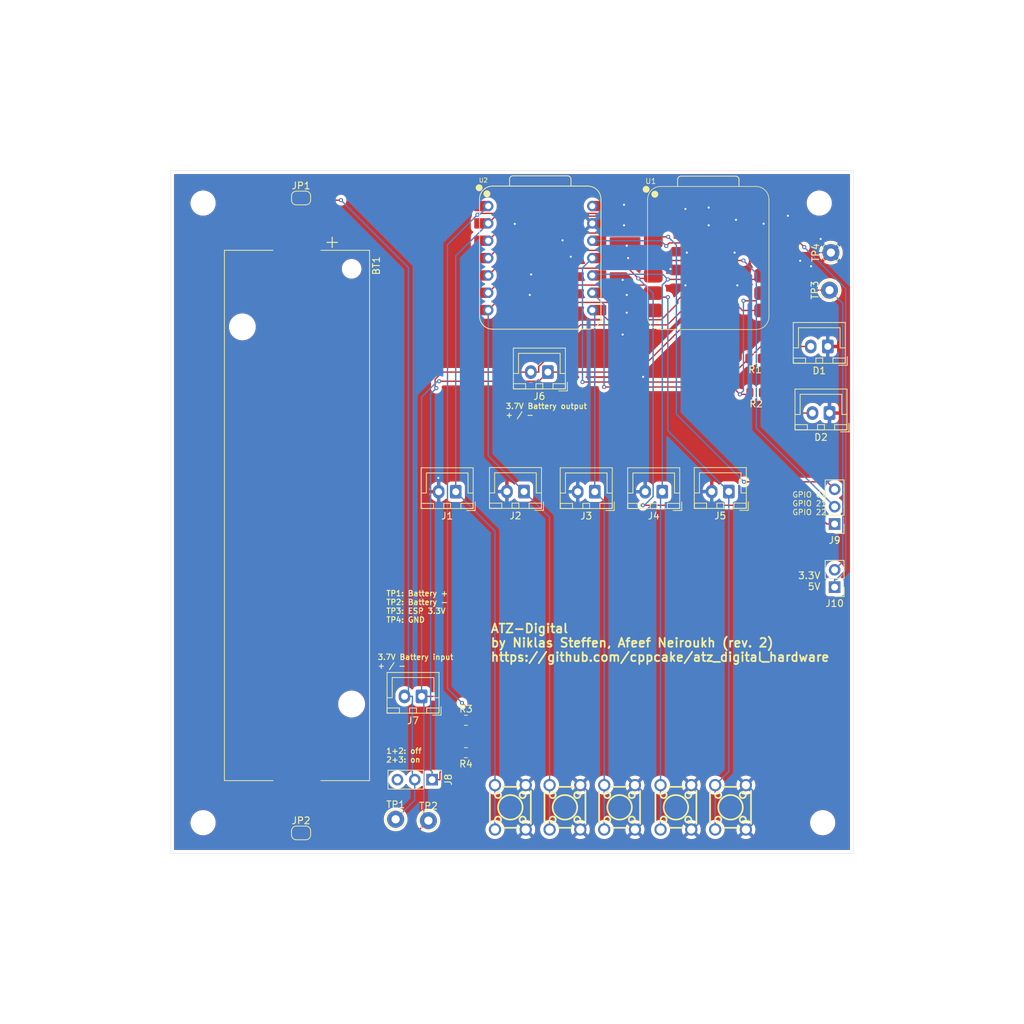
<source format=kicad_pcb>
(kicad_pcb (version 20241229) (generator "pcbnew") (generator_version "9.0")
  (title_block (title "ATZ-Digital") (date "2025-06-19") (rev "2") (company "Niklas Steffen, Afeef Neiroukh") (comment 1 "https://github.com/cppcake/atz_digital_hardware"))
  (layers (0 "F.Cu" signal) (2 "B.Cu" signal) (13 "F.Paste" user) (15 "B.Paste" user) (5 "F.SilkS" user "F.Silkscreen") (7 "B.SilkS" user "B.Silkscreen") (1 "F.Mask" user) (3 "B.Mask" user) (25 "Edge.Cuts" user))
  (net 0 "")
  (net 1 "Net-(BT1-+)")
  (net 2 "Net-(BT1--)")
  (net 3 "GND")
  (net 4 "Net-(D1-A)")
  (net 5 "Net-(D2-A)")
  (net 6 "/Taste1")
  (net 7 "/Taste2")
  (net 8 "/Taste3")
  (net 9 "/Taste4")
  (net 10 "/Taste5")
  (net 11 "/bat+")
  (net 12 "/bat-")
  (net 13 "Net-(J7-Pin_2)")
  (net 15 "/LED1")
  (net 16 "/LED2")
  (net 17 "/VoltMess")
  (net 18 "+3.3V")
  (net 19 "/GPIO2")
  (net 20 "/GPIO21")
  (net 21 "/GPIO22")
  (net 30 "+5V")
  (footprint "Connector_JST:JST_XH_B2B-XH-A_1x02_P2.50mm_Vertical" (layer "F.Cu") (at 105.25 79.5 180)
    (property "Reference" "J6" (at 1.25 -3.55 0) (layer "F.SilkS"))
    (property "Value" "Conn_01x02")
    (pad "1" thru_hole roundrect (at 0 0 180) (size 1.7 2) (drill 1) (layers "*.Cu" "*.Mask") (roundrect_rratio 0.147059) (net 12 "/bat-"))
    (pad "2" thru_hole oval (at 2.5 0 180) (size 1.7 2) (drill 1) (layers "*.Cu" "*.Mask") (net 11 "/bat+"))
  )
  (footprint "Connector_JST:JST_XH_B2B-XH-A_1x02_P2.50mm_Vertical" (layer "F.Cu") (at 91.75 97.025 180)
    (property "Reference" "J1" (at 1.25 -3.55 0) (layer "F.SilkS"))
    (property "Value" "Conn_01x02")
    (pad "1" thru_hole roundrect (at 0 0 180) (size 1.7 2) (drill 1) (layers "*.Cu" "*.Mask") (roundrect_rratio 0.147059) (net 6 "/Taste1"))
    (pad "2" thru_hole oval (at 2.5 0 180) (size 1.7 2) (drill 1) (layers "*.Cu" "*.Mask") (net 3 "GND"))
  )
  (footprint "TestPoint:TestPoint_THTPad_D2.5mm_Drill1.2mm" (layer "F.Cu") (at 146.7 62 90)
    (property "Reference" "TP4" (at 0 -2.25 90) (layer "F.SilkS"))
    (property "Value" "TestPoint_Probe")
    (pad "1" thru_hole circle (at 0 0 90) (size 2.5 2.5) (drill 1.2) (layers "*.Cu" "*.Mask") (net 3 "GND"))
  )
  (footprint "Jumper:SolderJumper-2_P1.3mm_Open_RoundedPad1.0x1.5mm" (layer "F.Cu") (at 69.1 54)
    (property "Reference" "JP1" (at 0 -1.8 0) (layer "F.SilkS"))
    (property "Value" "SolderJumper_2_Open")
    (pad "1" smd custom (at -0.65 0) (size 1 0.5) (layers "F.Cu" "F.Mask") (net 1 "Net-(BT1-+)") (options (clearance outline) (anchor rect)) (primitives (gr_circle (center 0 0.25) (end 0.5 0.25) (width 0) (fill yes)) (gr_circle (center 0 -0.25) (end 0.5 -0.25) (width 0) (fill yes)) (gr_poly (pts (xy 0.5 0.75) (xy 0 0.75) (xy 0 -0.75) (xy 0.5 -0.75)) (width 0) (fill yes))))
    (pad "2" smd custom (at 0.65 0) (size 1 0.5) (layers "F.Cu" "F.Mask") (net 13 "Net-(J7-Pin_2)") (options (clearance outline) (anchor rect)) (primitives (gr_circle (center 0 0.25) (end 0.5 0.25) (width 0) (fill yes)) (gr_circle (center 0 -0.25) (end 0.5 -0.25) (width 0) (fill yes)) (gr_poly (pts (xy 0 0.75) (xy -0.5 0.75) (xy -0.5 -0.75) (xy 0 -0.75)) (width 0) (fill yes))))
  )
  (footprint "Resistor_SMD:R_0805_2012Metric" (layer "F.Cu") (at 93.25 135.25 180)
    (property "Reference" "R4" (at 0 -1.65 0) (layer "F.SilkS"))
    (property "Value" "200k")
    (pad "1" smd roundrect (at -0.9125 0 180) (size 1.025 1.4) (layers "F.Cu" "F.Mask" "F.Paste") (roundrect_rratio 0.243902) (net 17 "/VoltMess"))
    (pad "2" smd roundrect (at 0.9125 0 180) (size 1.025 1.4) (layers "F.Cu" "F.Mask" "F.Paste") (roundrect_rratio 0.243902) (net 11 "/bat+"))
  )
  (footprint "Seeed Studio XIAO Series Library:XIAO-ESP32C6-DIP" (layer "F.Cu") (at 104.175 62.8032)
    (property "Reference" "U2" (at -8.375 -11.4032 0) (layer "F.SilkS") (effects (font (size 0.635 0.635) (thickness 0.1016))))
    (property "Value" "XIAO-ESP32-C6")
    (pad "1" smd roundrect (at -8.5 -7.62 180) (size 2.432 1.524) (layers "F.Cu" "F.Mask") (roundrect_rratio 0.1) (net 17 "/VoltMess"))
    (pad "1" thru_hole circle (at -7.665 -7.62 180) (size 1.524 1.524) (drill 0.889) (layers "*.Cu" "*.Mask") (net 17 "/VoltMess"))
    (pad "2" smd roundrect (at -8.5 -5.08 180) (size 2.432 1.524) (layers "F.Cu" "F.Mask") (roundrect_rratio 0.1) (net 6 "/Taste1"))
    (pad "2" thru_hole circle (at -7.665 -5.08 180) (size 1.524 1.524) (drill 0.889) (layers "*.Cu" "*.Mask") (net 6 "/Taste1"))
    (pad "3" smd roundrect (at -8.5 -2.54 180) (size 2.432 1.524) (layers "F.Cu" "F.Mask") (roundrect_rratio 0.1) (net 19 "/GPIO2"))
    (pad "3" thru_hole circle (at -7.665 -2.54 180) (size 1.524 1.524) (drill 0.889) (layers "*.Cu" "*.Mask") (net 19 "/GPIO2"))
    (pad "4" smd roundrect (at -8.5 0 180) (size 2.432 1.524) (layers "F.Cu" "F.Mask") (roundrect_rratio 0.1) (net 20 "/GPIO21"))
    (pad "4" thru_hole circle (at -7.665 0 180) (size 1.524 1.524) (drill 0.889) (layers "*.Cu" "*.Mask") (net 20 "/GPIO21"))
    (pad "5" smd roundrect (at -8.5 2.54 180) (size 2.432 1.524) (layers "F.Cu" "F.Mask") (roundrect_rratio 0.1) (net 21 "/GPIO22"))
    (pad "5" thru_hole circle (at -7.665 2.54 180) (size 1.524 1.524) (drill 0.889) (layers "*.Cu" "*.Mask") (net 21 "/GPIO22"))
    (pad "6" smd roundrect (at -8.5 5.08 180) (size 2.432 1.524) (layers "F.Cu" "F.Mask") (roundrect_rratio 0.1) (net 10 "/Taste5"))
    (pad "6" thru_hole circle (at -7.665 5.08 180) (size 1.524 1.524) (drill 0.889) (layers "*.Cu" "*.Mask") (net 10 "/Taste5"))
    (pad "7" smd roundrect (at -8.5 7.62 180) (size 2.432 1.524) (layers "F.Cu" "F.Mask") (roundrect_rratio 0.1) (net 7 "/Taste2"))
    (pad "7" thru_hole circle (at -7.665 7.62 180) (size 1.524 1.524) (drill 0.889) (layers "*.Cu" "*.Mask") (net 7 "/Taste2"))
    (pad "8" thru_hole circle (at 7.575 7.62) (size 1.524 1.524) (drill 0.889) (layers "*.Cu" "*.Mask") (net 8 "/Taste3"))
    (pad "8" smd roundrect (at 8.41 7.62) (size 2.432 1.524) (layers "F.Cu" "F.Mask") (roundrect_rratio 0.1) (net 8 "/Taste3"))
    (pad "9" thru_hole circle (at 7.575 5.08) (size 1.524 1.524) (drill 0.889) (layers "*.Cu" "*.Mask") (net 16 "/LED2"))
    (pad "9" smd roundrect (at 8.41 5.08) (size 2.432 1.524) (layers "F.Cu" "F.Mask") (roundrect_rratio 0.1) (net 16 "/LED2"))
    (pad "10" thru_hole circle (at 7.575 2.54) (size 1.524 1.524) (drill 0.889) (layers "*.Cu" "*.Mask") (net 9 "/Taste4"))
    (pad "10" smd roundrect (at 8.41 2.54) (size 2.432 1.524) (layers "F.Cu" "F.Mask") (roundrect_rratio 0.1) (net 9 "/Taste4"))
    (pad "11" thru_hole circle (at 7.575 0) (size 1.524 1.524) (drill 0.889) (layers "*.Cu" "*.Mask") (net 15 "/LED1"))
    (pad "11" smd roundrect (at 8.41 0) (size 2.432 1.524) (layers "F.Cu" "F.Mask") (roundrect_rratio 0.1) (net 15 "/LED1"))
    (pad "12" thru_hole circle (at 7.575 -2.54) (size 1.524 1.524) (drill 0.889) (layers "*.Cu" "*.Mask") (net 18 "+3.3V"))
    (pad "12" smd roundrect (at 8.41 -2.54) (size 2.432 1.524) (layers "F.Cu" "F.Mask") (roundrect_rratio 0.1) (net 18 "+3.3V"))
    (pad "13" thru_hole circle (at 7.575 -5.08) (size 1.524 1.524) (drill 0.889) (layers "*.Cu" "*.Mask") (net 3 "GND"))
    (pad "13" smd roundrect (at 8.41 -5.08) (size 2.432 1.524) (layers "F.Cu" "F.Mask") (roundrect_rratio 0.1) (net 3 "GND"))
    (pad "14" thru_hole circle (at 7.575 -7.62) (size 1.524 1.524) (drill 0.889) (layers "*.Cu" "*.Mask") (net 30 "+5V"))
    (pad "14" smd roundrect (at 8.41 -7.62) (size 2.432 1.524) (layers "F.Cu" "F.Mask") (roundrect_rratio 0.1) (net 30 "+5V"))
  )
  (footprint "TestPoint:TestPoint_THTPad_D2.5mm_Drill1.2mm" (layer "F.Cu") (at 82.95 145)
    (property "Reference" "TP1" (at 0 -2.148 0) (layer "F.SilkS"))
    (property "Value" "TestPoint_Probe")
    (pad "1" thru_hole circle (at 0 0) (size 2.5 2.5) (drill 1.2) (layers "*.Cu" "*.Mask") (net 13 "Net-(J7-Pin_2)"))
  )
  (footprint "MountingHole:MountingHole_3.2mm_M3" (layer "F.Cu") (at 54.75 145.5)
    (property "Reference" "H3" (hide yes))
    (property "Value" "MountingHole_3.2mm_M3")
    (pad "" np_thru_hole circle (at 0 0) (size 3.2 3.2) (drill 3.2) (layers "*.Cu" "*.Mask"))
  )
  (footprint "CustomLibrary:SW-TH_4P-L6.0-W6.0-P4.50-LS6.5" (layer "F.Cu") (at 115.75 143.25 90)
    (property "Reference" "SW3" (hide yes))
    (property "Value" "SW_Push")
    (pad "1" thru_hole circle (at -3.25 -2.25 90) (size 1.8 1.8) (drill 1.199998) (layers "*.Cu" "*.Mask") (net 8 "/Taste3"))
    (pad "1" thru_hole circle (at 3.25 -2.25 90) (size 1.8 1.8) (drill 1.199998) (layers "*.Cu" "*.Mask") (net 8 "/Taste3"))
    (pad "2" thru_hole circle (at -3.25 2.25 90) (size 1.8 1.8) (drill 1.199998) (layers "*.Cu" "*.Mask") (net 3 "GND"))
    (pad "2" thru_hole circle (at 3.25 2.25 90) (size 1.8 1.8) (drill 1.199998) (layers "*.Cu" "*.Mask") (net 3 "GND"))
  )
  (footprint "TestPoint:TestPoint_THTPad_D2.5mm_Drill1.2mm" (layer "F.Cu") (at 87.75 145.2)
    (property "Reference" "TP2" (at 0 -2.148 0) (layer "F.SilkS"))
    (property "Value" "TestPoint_Probe")
    (pad "1" thru_hole circle (at 0 0) (size 2.5 2.5) (drill 1.2) (layers "*.Cu" "*.Mask") (net 12 "/bat-"))
  )
  (footprint "CustomLibrary:SW-TH_4P-L6.0-W6.0-P4.50-LS6.5" (layer "F.Cu") (at 132 143.25 90)
    (property "Reference" "SW5" (hide yes))
    (property "Value" "SW_Push")
    (pad "1" thru_hole circle (at -3.25 -2.25 90) (size 1.8 1.8) (drill 1.199998) (layers "*.Cu" "*.Mask") (net 10 "/Taste5"))
    (pad "1" thru_hole circle (at 3.25 -2.25 90) (size 1.8 1.8) (drill 1.199998) (layers "*.Cu" "*.Mask") (net 10 "/Taste5"))
    (pad "2" thru_hole circle (at -3.25 2.25 90) (size 1.8 1.8) (drill 1.199998) (layers "*.Cu" "*.Mask") (net 3 "GND"))
    (pad "2" thru_hole circle (at 3.25 2.25 90) (size 1.8 1.8) (drill 1.199998) (layers "*.Cu" "*.Mask") (net 3 "GND"))
  )
  (footprint "Connector_PinHeader_2.54mm:PinHeader_1x03_P2.54mm_Vertical" (layer "F.Cu") (at 147.25 101.75 180)
    (property "Reference" "J9" (at 0 -2.38 180) (layer "F.SilkS"))
    (property "Value" "Conn_01x03_Pin")
    (pad "1" thru_hole rect (at 0 0 180) (size 1.7 1.7) (drill 1) (layers "*.Cu" "*.Mask") (net 21 "/GPIO22"))
    (pad "2" thru_hole circle (at 0 2.54 180) (size 1.7 1.7) (drill 1) (layers "*.Cu" "*.Mask") (net 20 "/GPIO21"))
    (pad "3" thru_hole circle (at 0 5.08 180) (size 1.7 1.7) (drill 1) (layers "*.Cu" "*.Mask") (net 19 "/GPIO2"))
  )
  (footprint "Resistor_SMD:R_0805_2012Metric" (layer "F.Cu") (at 93.25 130.5)
    (property "Reference" "R3" (at 0 -1.65 0) (layer "F.SilkS"))
    (property "Value" "200k")
    (pad "1" smd roundrect (at -0.9125 0) (size 1.025 1.4) (layers "F.Cu" "F.Mask" "F.Paste") (roundrect_rratio 0.243902) (net 12 "/bat-"))
    (pad "2" smd roundrect (at 0.9125 0) (size 1.025 1.4) (layers "F.Cu" "F.Mask" "F.Paste") (roundrect_rratio 0.243902) (net 17 "/VoltMess"))
  )
  (footprint "Connector_JST:JST_XH_B2B-XH-A_1x02_P2.50mm_Vertical" (layer "F.Cu") (at 131.75 97 180)
    (property "Reference" "J5" (at 1.25 -3.55 0) (layer "F.SilkS"))
    (property "Value" "Conn_01x02")
    (pad "1" thru_hole roundrect (at 0 0 180) (size 1.7 2) (drill 1) (layers "*.Cu" "*.Mask") (roundrect_rratio 0.147059) (net 10 "/Taste5"))
    (pad "2" thru_hole oval (at 2.5 0 180) (size 1.7 2) (drill 1) (layers "*.Cu" "*.Mask") (net 3 "GND"))
  )
  (footprint "Resistor_SMD:R_0805_2012Metric" (layer "F.Cu") (at 135.75 82.5 180)
    (property "Reference" "R2" (at 0 -1.65 0) (layer "F.SilkS"))
    (property "Value" "220")
    (pad "1" smd roundrect (at -0.9125 0 180) (size 1.025 1.4) (layers "F.Cu" "F.Mask" "F.Paste") (roundrect_rratio 0.243902) (net 5 "Net-(D2-A)"))
    (pad "2" smd roundrect (at 0.9125 0 180) (size 1.025 1.4) (layers "F.Cu" "F.Mask" "F.Paste") (roundrect_rratio 0.243902) (net 16 "/LED2"))
  )
  (footprint "Battery:BatteryHolder_Keystone_1042_1x18650" (layer "F.Cu") (at 68.5 100.5 -90)
    (property "Reference" "BT1" (at -36.58 -11.615 90) (layer "F.SilkS"))
    (property "Value" "Battery")
    (fp_text user "+" (at -40 -5 90) (layer "F.SilkS") (effects (font (size 2 2))))
    (pad "" np_thru_hole circle (at -36.13 -8 270) (size 2.39 2.39) (drill 2.39) (layers "*.Cu" "*.Mask"))
    (pad "" np_thru_hole circle (at -27.62 8 270) (size 3.45 3.45) (drill 3.45) (layers "*.Cu" "*.Mask"))
    (pad "" np_thru_hole circle (at 27.62 -8 270) (size 3.45 3.45) (drill 3.45) (layers "*.Cu" "*.Mask"))
    (pad "1" smd roundrect (at -39.69 0 270) (size 7.5 6.5) (layers "F.Cu" "F.Mask" "F.Paste") (roundrect_rratio 0.038462) (net 1 "Net-(BT1-+)"))
    (pad "2" smd roundrect (at 39.69 0 270) (size 7.5 6.5) (layers "F.Cu" "F.Mask" "F.Paste") (roundrect_rratio 0.038462) (net 2 "Net-(BT1--)"))
  )
  (footprint "MountingHole:MountingHole_3.2mm_M3" (layer "F.Cu") (at 145 54.75)
    (property "Reference" "H2" (hide yes))
    (property "Value" "MountingHole_3.2mm_M3")
    (pad "" np_thru_hole circle (at 0 0) (size 3.2 3.2) (drill 3.2) (layers "*.Cu" "*.Mask"))
  )
  (footprint "Connector_JST:JST_XH_B2B-XH-A_1x02_P2.50mm_Vertical" (layer "F.Cu") (at 112.1175 97.025 180)
    (property "Reference" "J3" (at 1.25 -3.55 0) (layer "F.SilkS"))
    (property "Value" "Conn_01x02")
    (pad "1" thru_hole roundrect (at 0 0 180) (size 1.7 2) (drill 1) (layers "*.Cu" "*.Mask") (roundrect_rratio 0.147059) (net 8 "/Taste3"))
    (pad "2" thru_hole oval (at 2.5 0 180) (size 1.7 2) (drill 1) (layers "*.Cu" "*.Mask") (net 3 "GND"))
  )
  (footprint "Connector_JST:JST_XH_B2B-XH-A_1x02_P2.50mm_Vertical" (layer "F.Cu") (at 146.25 75.75 180)
    (property "Reference" "D1" (at 1.25 -3.55 0) (layer "F.SilkS"))
    (property "Value" "LED")
    (pad "1" thru_hole roundrect (at 0 0 180) (size 1.7 2) (drill 1) (layers "*.Cu" "*.Mask") (roundrect_rratio 0.147059) (net 3 "GND"))
    (pad "2" thru_hole oval (at 2.5 0 180) (size 1.7 2) (drill 1) (layers "*.Cu" "*.Mask") (net 4 "Net-(D1-A)"))
  )
  (footprint "CustomLibrary:SW-TH_4P-L6.0-W6.0-P4.50-LS6.5" (layer "F.Cu") (at 107.75 143.25 90)
    (property "Reference" "SW2" (hide yes))
    (property "Value" "SW_Push")
    (pad "1" thru_hole circle (at -3.25 -2.25 90) (size 1.8 1.8) (drill 1.199998) (layers "*.Cu" "*.Mask") (net 7 "/Taste2"))
    (pad "1" thru_hole circle (at 3.25 -2.25 90) (size 1.8 1.8) (drill 1.199998) (layers "*.Cu" "*.Mask") (net 7 "/Taste2"))
    (pad "2" thru_hole circle (at -3.25 2.25 90) (size 1.8 1.8) (drill 1.199998) (layers "*.Cu" "*.Mask") (net 3 "GND"))
    (pad "2" thru_hole circle (at 3.25 2.25 90) (size 1.8 1.8) (drill 1.199998) (layers "*.Cu" "*.Mask") (net 3 "GND"))
  )
  (footprint "Jumper:SolderJumper-2_P1.3mm_Open_RoundedPad1.0x1.5mm" (layer "F.Cu") (at 69.1 147)
    (property "Reference" "JP2" (at 0 -1.8 0) (layer "F.SilkS"))
    (property "Value" "SolderJumper_2_Open")
    (pad "1" smd custom (at -0.65 0) (size 1 0.5) (layers "F.Cu" "F.Mask") (net 2 "Net-(BT1--)") (options (clearance outline) (anchor rect)) (primitives (gr_circle (center 0 0.25) (end 0.5 0.25) (width 0) (fill yes)) (gr_circle (center 0 -0.25) (end 0.5 -0.25) (width 0) (fill yes)) (gr_poly (pts (xy 0.5 0.75) (xy 0 0.75) (xy 0 -0.75) (xy 0.5 -0.75)) (width 0) (fill yes))))
    (pad "2" smd custom (at 0.65 0) (size 1 0.5) (layers "F.Cu" "F.Mask") (net 12 "/bat-") (options (clearance outline) (anchor rect)) (primitives (gr_circle (center 0 0.25) (end 0.5 0.25) (width 0) (fill yes)) (gr_circle (center 0 -0.25) (end 0.5 -0.25) (width 0) (fill yes)) (gr_poly (pts (xy 0 0.75) (xy -0.5 0.75) (xy -0.5 -0.75) (xy 0 -0.75)) (width 0) (fill yes))))
  )
  (footprint "Connector_JST:JST_XH_B2B-XH-A_1x02_P2.50mm_Vertical" (layer "F.Cu") (at 146.5 85.5 180)
    (property "Reference" "D2" (at 1.25 -3.55 0) (layer "F.SilkS"))
    (property "Value" "LED")
    (pad "1" thru_hole roundrect (at 0 0 180) (size 1.7 2) (drill 1) (layers "*.Cu" "*.Mask") (roundrect_rratio 0.147059) (net 3 "GND"))
    (pad "2" thru_hole oval (at 2.5 0 180) (size 1.7 2) (drill 1) (layers "*.Cu" "*.Mask") (net 5 "Net-(D2-A)"))
  )
  (footprint "Connector_JST:JST_XH_B2B-XH-A_1x02_P2.50mm_Vertical" (layer "F.Cu") (at 122 97.025 180)
    (property "Reference" "J4" (at 1.25 -3.55 0) (layer "F.SilkS"))
    (property "Value" "Conn_01x02")
    (pad "1" thru_hole roundrect (at 0 0 180) (size 1.7 2) (drill 1) (layers "*.Cu" "*.Mask") (roundrect_rratio 0.147059) (net 9 "/Taste4"))
    (pad "2" thru_hole oval (at 2.5 0 180) (size 1.7 2) (drill 1) (layers "*.Cu" "*.Mask") (net 3 "GND"))
  )
  (footprint "Seeed Studio XIAO Series Library:XIAO-ESP32C6-SMD" (layer "F.Cu") (at 128.968 62.83)
    (property "Reference" "U1" (at -9.5 -10.83 0) (layer "F.SilkS") (effects (font (size 0.78232 0.78232) (thickness 0.10668)) (justify left bottom)))
    (property "Value" "XIAO-ESP32-S3-SMD")
    (pad "1" smd roundrect (at -8.2816 -7.5985) (size 2.75 2) (layers "F.Cu" "F.Mask" "F.Paste") (net 17 "/VoltMess"))
    (pad "2" smd roundrect (at -8.2816 -5.0585) (size 2.75 2) (layers "F.Cu" "F.Mask" "F.Paste") (net 6 "/Taste1"))
    (pad "3" smd roundrect (at -8.2816 -2.5185) (size 2.75 2) (layers "F.Cu" "F.Mask" "F.Paste") (net 19 "/GPIO2"))
    (pad "4" smd roundrect (at -8.2816 0.0215) (size 2.75 2) (layers "F.Cu" "F.Mask" "F.Paste") (net 20 "/GPIO21"))
    (pad "5" smd roundrect (at -8.2816 2.5615) (size 2.75 2) (layers "F.Cu" "F.Mask" "F.Paste") (net 21 "/GPIO22"))
    (pad "6" smd roundrect (at -8.2816 5.1015) (size 2.75 2) (layers "F.Cu" "F.Mask" "F.Paste") (net 10 "/Taste5"))
    (pad "7" smd roundrect (at -8.2816 7.6415) (size 2.75 2) (layers "F.Cu" "F.Mask" "F.Paste") (net 7 "/Taste2"))
    (pad "8" smd roundrect (at 7.8834 7.6415) (size 2.75 2) (layers "F.Cu" "F.Mask" "F.Paste") (net 8 "/Taste3"))
    (pad "9" smd roundrect (at 7.8834 5.1015) (size 2.75 2) (layers "F.Cu" "F.Mask" "F.Paste") (net 16 "/LED2"))
    (pad "10" smd roundrect (at 7.8834 2.5615) (size 2.75 2) (layers "F.Cu" "F.Mask" "F.Paste") (net 9 "/Taste4"))
    (pad "11" smd roundrect (at 7.8834 0.0215) (size 2.75 2) (layers "F.Cu" "F.Mask" "F.Paste") (net 15 "/LED1"))
    (pad "12" smd roundrect (at 7.8834 -2.5185) (size 2.75 2) (layers "F.Cu" "F.Mask" "F.Paste") (net 18 "+3.3V"))
    (pad "13" smd roundrect (at 7.8834 -5.0585) (size 2.75 2) (layers "F.Cu" "F.Mask" "F.Paste") (net 3 "GND"))
    (pad "14" smd roundrect (at 7.8834 -7.5985) (size 2.75 2) (layers "F.Cu" "F.Mask" "F.Paste") (net 30 "+5V"))
    (pad "15" smd roundrect (at -2.008 5.5532 270) (size 2.5 1.1) (layers "F.Cu" "F.Mask" "F.Paste") (net 11 "/bat+"))
    (pad "16" smd roundrect (at 0.532 5.5532 270) (size 2.5 1.1) (layers "F.Cu" "F.Mask" "F.Paste") (net 12 "/bat-"))
    (pad "17" smd circle (at -1.5 -8.62) (size 1.7 1.7) (layers "F.Cu" "F.Mask" "F.Paste"))
    (pad "18" smd circle (at 1.04 -8.62) (size 1.7 1.7) (layers "F.Cu" "F.Mask" "F.Paste"))
    (pad "19" smd circle (at -1.5 -6.08) (size 1.7 1.7) (layers "F.Cu" "F.Mask" "F.Paste"))
    (pad "20" smd circle (at 1.04 -6.08) (size 1.7 1.7) (layers "F.Cu" "F.Mask" "F.Paste"))
    (pad "21" smd circle (at -1.5 -3.54) (size 1.7 1.7) (layers "F.Cu" "F.Mask" "F.Paste"))
    (pad "22" smd circle (at 1.04 -3.54) (size 1.7 1.7) (layers "F.Cu" "F.Mask" "F.Paste"))
    (pad "23" smd circle (at -1.5 -1) (size 1.7 1.7) (layers "F.Cu" "F.Mask" "F.Paste"))
    (pad "24" smd circle (at 0.9474 -1.0568) (size 1.7 1.7) (layers "F.Cu" "F.Mask" "F.Paste"))
  )
  (footprint "Connector_PinHeader_2.54mm:PinHeader_1x02_P2.54mm_Vertical" (layer "F.Cu") (at 147.25 111 180)
    (property "Reference" "J10" (at 0 -2.38 0) (layer "F.SilkS"))
    (property "Value" "Conn_01x02")
    (pad "1" thru_hole rect (at 0 0 180) (size 1.7 1.7) (drill 1) (layers "*.Cu" "*.Mask") (net 30 "+5V"))
    (pad "2" thru_hole circle (at 0 2.54 180) (size 1.7 1.7) (drill 1) (layers "*.Cu" "*.Mask") (net 18 "+3.3V"))
  )
  (footprint "MountingHole:MountingHole_3.2mm_M3" (layer "F.Cu") (at 145.5 145.5)
    (property "Reference" "H4" (hide yes))
    (property "Value" "MountingHole_3.2mm_M3")
    (pad "" np_thru_hole circle (at 0 0) (size 3.2 3.2) (drill 3.2) (layers "*.Cu" "*.Mask"))
  )
  (footprint "Connector_PinHeader_2.54mm:PinHeader_1x03_P2.54mm_Vertical" (layer "F.Cu") (at 88.29 139.2 -90)
    (property "Reference" "J8" (at 0 -2.38 90) (layer "F.SilkS"))
    (property "Value" "Conn_01x03_Pin")
    (pad "1" thru_hole rect (at 0 0 270) (size 1.7 1.7) (drill 1) (layers "*.Cu" "*.Mask") (net 11 "/bat+"))
    (pad "2" thru_hole circle (at 0 2.54 270) (size 1.7 1.7) (drill 1) (layers "*.Cu" "*.Mask") (net 13 "Net-(J7-Pin_2)"))
    (pad "3" thru_hole circle (at 0 5.08 270) (size 1.7 1.7) (drill 1) (layers "*.Cu" "*.Mask"))
  )
  (footprint "Resistor_SMD:R_0805_2012Metric" (layer "F.Cu") (at 135.5875 77.5 180)
    (property "Reference" "R1" (at 0 -1.65 0) (layer "F.SilkS"))
    (property "Value" "220")
    (pad "1" smd roundrect (at -0.9125 0 180) (size 1.025 1.4) (layers "F.Cu" "F.Mask" "F.Paste") (roundrect_rratio 0.243902) (net 4 "Net-(D1-A)"))
    (pad "2" smd roundrect (at 0.9125 0 180) (size 1.025 1.4) (layers "F.Cu" "F.Mask" "F.Paste") (roundrect_rratio 0.243902) (net 15 "/LED1"))
  )
  (footprint "Connector_JST:JST_XH_B2B-XH-A_1x02_P2.50mm_Vertical" (layer "F.Cu") (at 86.75 127 180)
    (property "Reference" "J7" (at 1.25 -3.55 0) (layer "F.SilkS"))
    (property "Value" "Conn_01x02")
    (pad "1" thru_hole roundrect (at 0 0 180) (size 1.7 2) (drill 1) (layers "*.Cu" "*.Mask") (roundrect_rratio 0.147059) (net 12 "/bat-"))
    (pad "2" thru_hole oval (at 2.5 0 180) (size 1.7 2) (drill 1) (layers "*.Cu" "*.Mask") (net 13 "Net-(J7-Pin_2)"))
  )
  (footprint "MountingHole:MountingHole_3.2mm_M3" (layer "F.Cu") (at 54.75 54.75)
    (property "Reference" "H1" (hide yes))
    (property "Value" "MountingHole_3.2mm_M3")
    (pad "" np_thru_hole circle (at 0 0) (size 3.2 3.2) (drill 3.2) (layers "*.Cu" "*.Mask"))
  )
  (footprint "CustomLibrary:SW-TH_4P-L6.0-W6.0-P4.50-LS6.5" (layer "F.Cu") (at 124 143.25 90)
    (property "Reference" "SW4" (hide yes))
    (property "Value" "SW_Push")
    (pad "1" thru_hole circle (at -3.25 -2.25 90) (size 1.8 1.8) (drill 1.199998) (layers "*.Cu" "*.Mask") (net 9 "/Taste4"))
    (pad "1" thru_hole circle (at 3.25 -2.25 90) (size 1.8 1.8) (drill 1.199998) (layers "*.Cu" "*.Mask") (net 9 "/Taste4"))
    (pad "2" thru_hole circle (at -3.25 2.25 90) (size 1.8 1.8) (drill 1.199998) (layers "*.Cu" "*.Mask") (net 3 "GND"))
    (pad "2" thru_hole circle (at 3.25 2.25 90) (size 1.8 1.8) (drill 1.199998) (layers "*.Cu" "*.Mask") (net 3 "GND"))
  )
  (footprint "TestPoint:TestPoint_THTPad_D2.5mm_Drill1.2mm" (layer "F.Cu") (at 146.5 67.5 90)
    (property "Reference" "TP3" (at 0 -2.148 90) (layer "F.SilkS"))
    (property "Value" "TestPoint_Probe")
    (pad "1" thru_hole circle (at 0 0 90) (size 2.5 2.5) (drill 1.2) (layers "*.Cu" "*.Mask") (net 18 "+3.3V"))
  )
  (footprint "CustomLibrary:SW-TH_4P-L6.0-W6.0-P4.50-LS6.5" (layer "F.Cu") (at 99.75 143.25 90)
    (property "Reference" "SW1" (hide yes))
    (property "Value" "SW_Push")
    (pad "1" thru_hole circle (at -3.25 -2.25 90) (size 1.8 1.8) (drill 1.199998) (layers "*.Cu" "*.Mask") (net 6 "/Taste1"))
    (pad "1" thru_hole circle (at 3.25 -2.25 90) (size 1.8 1.8) (drill 1.199998) (layers "*.Cu" "*.Mask") (net 6 "/Taste1"))
    (pad "2" thru_hole circle (at -3.25 2.25 90) (size 1.8 1.8) (drill 1.199998) (layers "*.Cu" "*.Mask") (net 3 "GND"))
    (pad "2" thru_hole circle (at 3.25 2.25 90) (size 1.8 1.8) (drill 1.199998) (layers "*.Cu" "*.Mask") (net 3 "GND"))
  )
  (footprint "Connector_JST:JST_XH_B2B-XH-A_1x02_P2.50mm_Vertical" (layer "F.Cu") (at 101.75 97 180)
    (property "Reference" "J2" (at 1.25 -3.55 0) (layer "F.SilkS"))
    (property "Value" "Conn_01x02")
    (pad "1" thru_hole roundrect (at 0 0 180) (size 1.7 2) (drill 1) (layers "*.Cu" "*.Mask") (roundrect_rratio 0.147059) (net 7 "/Taste2"))
    (pad "2" thru_hole oval (at 2.5 0 180) (size 1.7 2) (drill 1) (layers "*.Cu" "*.Mask") (net 3 "GND"))
  )
  (gr_rect (start 50 50) (end 150 150) (stroke (width 0.05)) (fill no) (layer "Edge.Cuts"))
  (gr_text "3.3V\n5V" (at 145.25 111.5 0) (layer "F.SilkS") (effects (font (size 1 1)) (justify right bottom)))
  (gr_text "3.7V Battery output\n+ / -" (at 99 86.25 0) (layer "F.SilkS") (effects (font (size 0.8 0.8) (thickness 0.15) (bold yes)) (justify left bottom)))
  (gr_text "${TITLE}\nby ${COMPANY} (rev. ${REVISION})\n${COMMENT1}" (at 96.75 122 0) (layer "F.SilkS") (effects (font (size 1.3 1.3) (thickness 0.25) (bold yes)) (justify left bottom)))
  (gr_text "1+2: off\n2+3: on" (at 81.5 136.75 0) (layer "F.SilkS") (effects (font (size 0.8 0.8) (thickness 0.15) (bold yes)) (justify left bottom)))
  (gr_text "3.7V Battery input\n+ / -" (at 80.25 123 0) (layer "F.SilkS") (effects (font (size 0.8 0.8) (thickness 0.15) (bold yes)) (justify left bottom)))
  (gr_text "GPIO 02\nGPIO 21\nGPIO 22" (at 141 100.5 0) (layer "F.SilkS") (effects (font (size 0.8 0.8) (thickness 0.12) (bold yes)) (justify left bottom)))
  (gr_text "TP1: Battery +\nTP2: Battery -\nTP3: ESP 3.3V\nTP4: GND" (at 81.5 116.25 0) (layer "F.SilkS") (effects (font (size 0.8 0.8) (thickness 0.15) (bold yes)) (justify left bottom)))
  (segment (start 68.45 60.76) (end 68.45 54) (width 0.2) (layer "F.Cu") (net 1))
  (segment (start 68.5 60.81) (end 68.45 60.76) (width 0.2) (layer "F.Cu") (net 1))
  (segment (start 68.45 140.24) (end 68.45 147) (width 0.2) (layer "F.Cu") (net 2))
  (segment (start 68.5 140.19) (end 68.45 140.24) (width 0.2) (layer "F.Cu") (net 2))
  (segment (start 136.8514 57.796442) (end 136.8514 57.7715) (width 0.2) (layer "F.Cu") (net 3))
  (segment (start 141.054958 62) (end 136.8514 57.796442) (width 0.2) (layer "F.Cu") (net 3))
  (segment (start 146.7 62) (end 141.054958 62) (width 0.2) (layer "F.Cu") (net 3))
  (via (at 125.4 55.6) (size 0.6) (drill 0.3) (layers "F.Cu" "B.Cu") (net 3))
  (via (at 128.8 55.4) (size 0.6) (drill 0.3) (layers "F.Cu" "B.Cu") (net 3))
  (via (at 102.6 68.2) (size 0.6) (drill 0.3) (layers "F.Cu" "B.Cu") (net 3))
  (via (at 108.6 62.6) (size 0.6) (drill 0.3) (layers "F.Cu" "B.Cu") (net 3))
  (via (at 143.8 64) (size 0.6) (drill 0.3) (layers "F.Cu" "B.Cu") (net 3))
  (via (at 102.8 65.2) (size 0.6) (drill 0.3) (layers "F.Cu" "B.Cu") (net 3))
  (via (at 140.4 56.6) (size 0.6) (drill 0.3) (layers "F.Cu" "B.Cu") (net 3))
  (via (at 145.2 60) (size 0.6) (drill 0.3) (layers "F.Cu" "B.Cu") (net 3))
  (via (at 142.2 63.2) (size 0.6) (drill 0.3) (layers "F.Cu" "B.Cu") (net 3))
  (via (at 133 66.8) (size 0.6) (drill 0.3) (layers "F.Cu" "B.Cu") (net 3))
  (via (at 123.2 64.4) (size 0.6) (drill 0.3) (layers "F.Cu" "B.Cu") (net 3))
  (via (at 117 62.8) (size 0.6) (drill 0.3) (layers "F.Cu" "B.Cu") (net 3))
  (via (at 100.4 57.8) (size 0.6) (drill 0.3) (layers "F.Cu" "B.Cu") (net 3))
  (via (at 116.4 58) (size 0.6) (drill 0.3) (layers "F.Cu" "B.Cu") (net 3))
  (via (at 125.6 62) (size 0.6) (drill 0.3) (layers "F.Cu" "B.Cu") (net 3))
  (via (at 128.8 58) (size 0.6) (drill 0.3) (layers "F.Cu" "B.Cu") (net 3))
  (via (at 132.6 62) (size 0.6) (drill 0.3) (layers "F.Cu" "B.Cu") (net 3))
  (via (at 116.2 66) (size 0.6) (drill 0.3) (layers "F.Cu" "B.Cu") (net 3))
  (via (at 116.8 68.2) (size 0.6) (drill 0.3) (layers "F.Cu" "B.Cu") (net 3))
  (via (at 132.8 57.2) (size 0.6) (drill 0.3) (layers "F.Cu" "B.Cu") (net 3))
  (via (at 136.8514 57.7715) (size 0.6) (drill 0.3) (layers "F.Cu" "B.Cu") (net 3))
  (via (at 125.4 66.8) (size 0.6) (drill 0.3) (layers "F.Cu" "B.Cu") (net 3))
  (via (at 116.8 61) (size 0.6) (drill 0.3) (layers "F.Cu" "B.Cu") (net 3))
  (via (at 119.2 80.2) (size 0.6) (drill 0.3) (layers "F.Cu" "B.Cu") (net 3))
  (via (at 107.4 60.2) (size 0.6) (drill 0.3) (layers "F.Cu" "B.Cu") (net 3))
  (via (at 116.8 70.8) (size 0.6) (drill 0.3) (layers "F.Cu" "B.Cu") (net 3))
  (via (at 89.2 95) (size 0.6) (drill 0.3) (layers "F.Cu" "B.Cu") (net 3))
  (via (at 116.2 74) (size 0.6) (drill 0.3) (layers "F.Cu" "B.Cu") (net 3))
  (via (at 116.4 55) (size 0.6) (drill 0.3) (layers "F.Cu" "B.Cu") (net 3))
  (segment (start 143.75 75.75) (end 138.25 75.75) (width 0.2) (layer "F.Cu") (net 4))
  (segment (start 138.25 75.75) (end 136.5 77.5) (width 0.2) (layer "F.Cu") (net 4))
  (segment (start 139.6625 85.5) (end 136.6625 82.5) (width 0.2) (layer "F.Cu") (net 5))
  (segment (start 144 85.5) (end 139.6625 85.5) (width 0.2) (layer "F.Cu") (net 5))
  (segment (start 119.5738 56.6589) (end 120.6864 57.7715) (width 0.2) (layer "F.Cu") (net 6))
  (segment (start 96.51 57.7232) (end 97.5743 56.6589) (width 0.2) (layer "F.Cu") (net 6))
  (segment (start 96.51 57.7232) (end 95.675 57.7232) (width 0.2) (layer "F.Cu") (net 6))
  (segment (start 97.5743 56.6589) (end 119.5738 56.6589) (width 0.2) (layer "F.Cu") (net 6))
  (segment (start 96.51 57.7232) (end 91.75 62.4832) (width 0.2) (layer "B.Cu") (net 6))
  (segment (start 97.5 146.5) (end 97.5 140) (width 0.2) (layer "B.Cu") (net 6))
  (segment (start 91.75 62.4832) (end 91.75 97.025) (width 0.2) (layer "B.Cu") (net 6))
  (segment (start 97.5 102.775) (end 91.75 97.025) (width 0.2) (layer "B.Cu") (net 6))
  (segment (start 97.5 140) (end 97.5 102.775) (width 0.2) (layer "B.Cu") (net 6))
  (segment (start 97.6362 69.297) (end 119.5119 69.297) (width 0.2) (layer "F.Cu") (net 7))
  (segment (start 96.51 70.4232) (end 95.675 70.4232) (width 0.2) (layer "F.Cu") (net 7))
  (segment (start 119.5119 69.297) (end 120.6864 70.4715) (width 0.2) (layer "F.Cu") (net 7))
  (segment (start 96.51 70.4232) (end 97.6362 69.297) (width 0.2) (layer "F.Cu") (net 7))
  (segment (start 105.5 140) (end 105.5 100.75) (width 0.2) (layer "B.Cu") (net 7))
  (segment (start 96.51 91.76) (end 96.51 70.4232) (width 0.2) (layer "B.Cu") (net 7))
  (segment (start 101.75 97) (end 96.51 91.76) (width 0.2) (layer "B.Cu") (net 7))
  (segment (start 105.5 146.5) (end 105.5 140) (width 0.2) (layer "B.Cu") (net 7))
  (segment (start 105.5 100.75) (end 101.75 97) (width 0.2) (layer "B.Cu") (net 7))
  (segment (start 113.9944 71.8326) (end 121.8599 71.8326) (width 0.2) (layer "F.Cu") (net 8))
  (segment (start 126.3898 66.8172) (end 130.0918 66.8172) (width 0.2) (layer "F.Cu") (net 8))
  (segment (start 133.7461 70.4715) (end 136.8514 70.4715) (width 0.2) (layer "F.Cu") (net 8))
  (segment (start 130.0918 66.8172) (end 133.7461 70.4715) (width 0.2) (layer "F.Cu") (net 8))
  (segment (start 111.75 70.4232) (end 112.585 70.4232) (width 0.2) (layer "F.Cu") (net 8))
  (segment (start 121.8599 71.8326) (end 124.2713 69.4212) (width 0.2) (layer "F.Cu") (net 8))
  (segment (start 124.2713 68.9357) (end 126.3898 66.8172) (width 0.2) (layer "F.Cu") (net 8))
  (segment (start 124.2713 69.4212) (end 124.2713 68.9357) (width 0.2) (layer "F.Cu") (net 8))
  (segment (start 112.585 70.4232) (end 113.9944 71.8326) (width 0.2) (layer "F.Cu") (net 8))
  (segment (start 113.5 146.5) (end 113.5 140) (width 0.2) (layer "B.Cu") (net 8))
  (segment (start 113.5 98.4075) (end 113.5 140) (width 0.2) (layer "B.Cu") (net 8))
  (segment (start 112.1175 97.025) (end 113.5 98.4075) (width 0.2) (layer "B.Cu") (net 8))
  (segment (start 112.1175 97.025) (end 112.1175 70.7907) (width 0.2) (layer "B.Cu") (net 8))
  (segment (start 112.1175 70.7907) (end 111.75 70.4232) (width 0.2) (layer "B.Cu") (net 8))
  (segment (start 122.8204 65.9288) (end 136.3141 65.9288) (width 0.2) (layer "F.Cu") (net 9))
  (segment (start 136.3141 65.9288) (end 136.8514 65.3915) (width 0.2) (layer "F.Cu") (net 9))
  (segment (start 111.75 65.3432) (end 112.585 65.3432) (width 0.2) (layer "F.Cu") (net 9))
  (via (at 122.8204 65.9288) (size 0.6) (drill 0.3) (layers "F.Cu" "B.Cu") (net 9))
  (segment (start 121.75 97.275) (end 122 97.025) (width 0.2) (layer "B.Cu") (net 9))
  (segment (start 111.75 65.3432) (end 111.9254 65.1678) (width 0.2) (layer "B.Cu") (net 9))
  (segment (start 122 97.025) (end 122 66.7492) (width 0.2) (layer "B.Cu") (net 9))
  (segment (start 111.9254 65.1678) (end 122.0594 65.1678) (width 0.2) (layer "B.Cu") (net 9))
  (segment (start 122 66.7492) (end 122.8204 65.9288) (width 0.2) (layer "B.Cu") (net 9))
  (segment (start 121.75 146.5) (end 121.75 140) (width 0.2) (layer "B.Cu") (net 9))
  (segment (start 121.75 140) (end 121.75 97.275) (width 0.2) (layer "B.Cu") (net 9))
  (segment (start 122.0594 65.1678) (end 122.8204 65.9288) (width 0.2) (layer "B.Cu") (net 9))
  (segment (start 122.8204 68.5254) (end 121.2803 68.5254) (width 0.2) (layer "F.Cu") (net 10))
  (segment (start 119.5119 66.757) (end 120.6864 67.9315) (width 0.2) (layer "F.Cu") (net 10))
  (segment (start 97.6362 66.757) (end 119.5119 66.757) (width 0.2) (layer "F.Cu") (net 10))
  (segment (start 121.2803 68.5254) (end 120.6864 67.9315) (width 0.2) (layer "F.Cu") (net 10))
  (segment (start 96.51 67.8832) (end 97.6362 66.757) (width 0.2) (layer "F.Cu") (net 10))
  (segment (start 96.51 67.8832) (end 95.675 67.8832) (width 0.2) (layer "F.Cu") (net 10))
  (via (at 122.8204 68.5254) (size 0.6) (drill 0.3) (layers "F.Cu" "B.Cu") (net 10))
  (segment (start 122.8204 88.0704) (end 122.8204 68.5254) (width 0.2) (layer "B.Cu") (net 10))
  (segment (start 129.75 146.5) (end 129.75 140) (width 0.2) (layer "B.Cu") (net 10))
  (segment (start 131.75 97) (end 131.75 138) (width 0.2) (layer "B.Cu") (net 10))
  (segment (start 131.75 138) (end 129.75 140) (width 0.2) (layer "B.Cu") (net 10))
  (segment (start 131.75 97) (end 122.8204 88.0704) (width 0.2) (layer "B.Cu") (net 10))
  (segment (start 102.75 79.5) (end 89.7952 79.5) (width 0.2) (layer "F.Cu") (net 11))
  (segment (start 103.3259 79.5) (end 103.9017 79.5) (width 0.2) (layer "F.Cu") (net 11))
  (segment (start 89.4417 139.2) (end 89.4417 138.1458) (width 0.2) (layer "F.Cu") (net 11))
  (segment (start 110.0298 72.5801) (end 122.7631 72.5801) (width 0.2) (layer "F.Cu") (net 11))
  (segment (start 103.9017 78.7082) (end 110.0298 72.5801) (width 0.2) (layer "F.Cu") (net 11))
  (segment (start 88.7289 81.6674) (end 88.9112 81.8497) (width 0.2) (layer "F.Cu") (net 11))
  (segment (start 89.7952 79.5) (end 88.7289 80.5663) (width 0.2) (layer "F.Cu") (net 11))
  (segment (start 103.9017 79.5) (end 103.9017 78.7082) (width 0.2) (layer "F.Cu") (net 11))
  (segment (start 89.4417 138.1458) (end 92.3375 135.25) (width 0.2) (layer "F.Cu") (net 11))
  (segment (start 103.3259 79.5) (end 102.75 79.5) (width 0.2) (layer "F.Cu") (net 11))
  (segment (start 88.29 139.2) (end 89.4417 139.2) (width 0.2) (layer "F.Cu") (net 11))
  (segment (start 122.7631 72.5801) (end 126.96 68.3832) (width 0.2) (layer "F.Cu") (net 11))
  (segment (start 88.7289 80.5663) (end 88.7289 81.6674) (width 0.2) (layer "F.Cu") (net 11))
  (via (at 88.9112 81.8497) (size 0.6) (drill 0.3) (layers "F.Cu" "B.Cu") (net 11))
  (segment (start 88.0729 82.688) (end 88.0729 137.8312) (width 0.2) (layer "B.Cu") (net 11))
  (segment (start 88.29 139.2) (end 88.29 138.0483) (width 0.2) (layer "B.Cu") (net 11))
  (segment (start 88.0729 137.8312) (end 88.29 138.0483) (width 0.2) (layer "B.Cu") (net 11))
  (segment (start 88.9112 81.8497) (end 88.0729 82.688) (width 0.2) (layer "B.Cu") (net 11))
  (segment (start 92.3375 130.5) (end 88.8375 127) (width 0.2) (layer "F.Cu") (net 12))
  (segment (start 105.25 79.5) (end 103.9069 80.8431) (width 0.2) (layer "F.Cu") (net 12))
  (segment (start 118.3832 79.5) (end 105.25 79.5) (width 0.2) (layer "F.Cu") (net 12))
  (segment (start 87.75 145.2) (end 85.95 147) (width 0.2) (layer "F.Cu") (net 12))
  (segment (start 88.8375 127) (end 86.75 127) (width 0.2) (layer "F.Cu") (net 12))
  (segment (start 129.5 68.3832) (end 118.3832 79.5) (width 0.2) (layer "F.Cu") (net 12))
  (segment (start 103.9069 80.8431) (end 89.3307 80.8431) (width 0.2) (layer "F.Cu") (net 12))
  (segment (start 85.95 147) (end 69.75 147) (width 0.2) (layer "F.Cu") (net 12))
  (via (at 89.3307 80.8431) (size 0.6) (drill 0.3) (layers "F.Cu" "B.Cu") (net 12))
  (segment (start 87.08 127.33) (end 86.75 127) (width 0.2) (layer "B.Cu") (net 12))
  (segment (start 87.75 145.2) (end 87.08 144.53) (width 0.2) (layer "B.Cu") (net 12))
  (segment (start 86.75 83.1601) (end 86.75 127) (width 0.2) (layer "B.Cu") (net 12))
  (segment (start 89.3307 80.8431) (end 89.067 80.8431) (width 0.2) (layer "B.Cu") (net 12))
  (segment (start 87.08 144.53) (end 87.08 127.33) (width 0.2) (layer "B.Cu") (net 12))
  (segment (start 89.067 80.8431) (end 86.75 83.1601) (width 0.2) (layer "B.Cu") (net 12))
  (segment (start 70.0692 54.3192) (end 69.75 54) (width 0.2) (layer "F.Cu") (net 13))
  (segment (start 74.9504 54.3192) (end 70.0692 54.3192) (width 0.2) (layer "F.Cu") (net 13))
  (via (at 74.9504 54.3192) (size 0.6) (drill 0.3) (layers "F.Cu" "B.Cu") (net 13))
  (segment (start 84.25 127) (end 84.8259 127) (width 0.2) (layer "B.Cu") (net 13))
  (segment (start 84.8259 64.1947) (end 74.9504 54.3192) (width 0.2) (layer "B.Cu") (net 13))
  (segment (start 84.8259 127) (end 85.4017 127) (width 0.2) (layer "B.Cu") (net 13))
  (segment (start 85.75 139.2) (end 85.4017 138.8517) (width 0.2) (layer "B.Cu") (net 13))
  (segment (start 85.4017 138.8517) (end 85.4017 127) (width 0.2) (layer "B.Cu") (net 13))
  (segment (start 82.95 145) (end 85.75 142.2) (width 0.2) (layer "B.Cu") (net 13))
  (segment (start 84.8259 127) (end 84.8259 64.1947) (width 0.2) (layer "B.Cu") (net 13))
  (segment (start 85.75 142.2) (end 85.75 139.2) (width 0.2) (layer "B.Cu") (net 13))
  (segment (start 131.2167 80.9583) (end 110.3156 80.9583) (width 0.2) (layer "F.Cu") (net 15))
  (segment (start 111.75 62.8032) (end 112.585 62.8032) (width 0.2) (layer "F.Cu") (net 15))
  (segment (start 138.5773 73.5977) (end 134.675 77.5) (width 0.2) (layer "F.Cu") (net 15))
  (segment (start 138.5773 64.5774) (end 138.5773 73.5977) (width 0.2) (layer "F.Cu") (net 15))
  (segment (start 136.8514 62.8515) (end 138.5773 64.5774) (width 0.2) (layer "F.Cu") (net 15))
  (segment (start 134.675 77.5) (end 131.2167 80.9583) (width 0.2) (layer "F.Cu") (net 15))
  (via (at 110.3156 80.9583) (size 0.6) (drill 0.3) (layers "F.Cu" "B.Cu") (net 15))
  (segment (start 110.3156 64.2376) (end 111.75 62.8032) (width 0.2) (layer "B.Cu") (net 15))
  (segment (start 110.3156 80.9583) (end 110.3156 64.2376) (width 0.2) (layer "B.Cu") (net 15))
  (segment (start 132.3001 81.6875) (end 133.3714 82.7588) (width 0.2) (layer "F.Cu") (net 16))
  (segment (start 111.75 67.8832) (end 112.585 67.8832) (width 0.2) (layer "F.Cu") (net 16))
  (segment (start 135.7282 69.0547) (end 136.8514 67.9315) (width 0.2) (layer "F.Cu") (net 16))
  (segment (start 134.5787 82.7588) (end 134.8375 82.5) (width 0.2) (layer "F.Cu") (net 16))
  (segment (start 113.4769 81.6875) (end 132.3001 81.6875) (width 0.2) (layer "F.Cu") (net 16))
  (segment (start 133.3714 82.7588) (end 134.5787 82.7588) (width 0.2) (layer "F.Cu") (net 16))
  (segment (start 133.8924 69.0547) (end 135.7282 69.0547) (width 0.2) (layer "F.Cu") (net 16))
  (via (at 133.3714 82.7588) (size 0.6) (drill 0.3) (layers "F.Cu" "B.Cu") (net 16))
  (via (at 113.4769 81.6875) (size 0.6) (drill 0.3) (layers "F.Cu" "B.Cu") (net 16))
  (via (at 133.8924 69.0547) (size 0.6) (drill 0.3) (layers "F.Cu" "B.Cu") (net 16))
  (segment (start 133.3714 82.7588) (end 133.8924 82.2378) (width 0.2) (layer "B.Cu") (net 16))
  (segment (start 113.4769 69.6101) (end 113.4769 81.6875) (width 0.2) (layer "B.Cu") (net 16))
  (segment (start 111.75 67.8832) (end 113.4769 69.6101) (width 0.2) (layer "B.Cu") (net 16))
  (segment (start 133.8924 82.2378) (end 133.8924 69.0547) (width 0.2) (layer "B.Cu") (net 16))
  (segment (start 94.9273 56.4532) (end 95.1282 56.2523) (width 0.2) (layer "F.Cu") (net 17))
  (segment (start 94.1625 130.5) (end 94.1625 135.25) (width 0.2) (layer "F.Cu") (net 17))
  (segment (start 96.51 55.1832) (end 95.675 55.1832) (width 0.2) (layer "F.Cu") (net 17))
  (segment (start 94.1625 129.4538) (end 92.6692 127.9605) (width 0.2) (layer "F.Cu") (net 17))
  (segment (start 119.6656 56.2523) (end 120.6864 55.2315) (width 0.2) (layer "F.Cu") (net 17))
  (segment (start 94.1625 130.5) (end 94.1625 129.4538) (width 0.2) (layer "F.Cu") (net 17))
  (segment (start 95.1282 56.2523) (end 119.6656 56.2523) (width 0.2) (layer "F.Cu") (net 17))
  (via (at 94.9273 56.4532) (size 0.6) (drill 0.3) (layers "F.Cu" "B.Cu") (net 17))
  (via (at 92.6692 127.9605) (size 0.6) (drill 0.3) (layers "F.Cu" "B.Cu") (net 17))
  (segment (start 90.5459 125.8372) (end 90.5459 60.8346) (width 0.2) (layer "B.Cu") (net 17))
  (segment (start 92.6692 127.9605) (end 90.5459 125.8372) (width 0.2) (layer "B.Cu") (net 17))
  (segment (start 95.24 56.4532) (end 94.9273 56.4532) (width 0.2) (layer "B.Cu") (net 17))
  (segment (start 90.5459 60.8346) (end 94.9273 56.4532) (width 0.2) (layer "B.Cu") (net 17))
  (segment (start 96.51 55.1832) (end 95.24 56.4532) (width 0.2) (layer "B.Cu") (net 17))
  (segment (start 144.0399 67.5) (end 136.8514 60.3115) (width 0.2) (layer "F.Cu") (net 18))
  (segment (start 111.75 60.2632) (end 112.585 60.2632) (width 0.2) (layer "F.Cu") (net 18))
  (segment (start 146.5 67.5) (end 144.0399 67.5) (width 0.2) (layer "F.Cu") (net 18))
  (segment (start 123.0443 60.5779) (end 136.585 60.5779) (width 0.2) (layer "F.Cu") (net 18))
  (segment (start 122.5863 61.0359) (end 123.0443 60.5779) (width 0.2) (layer "F.Cu") (net 18))
  (segment (start 136.585 60.5779) (end 136.8514 60.3115) (width 0.2) (layer "F.Cu") (net 18))
  (via (at 122.5863 61.0359) (size 0.6) (drill 0.3) (layers "F.Cu" "B.Cu") (net 18))
  (segment (start 146.5 67.5) (end 148.4427 69.4427) (width 0.2) (layer "B.Cu") (net 18))
  (segment (start 121.8136 60.2632) (end 122.5863 61.0359) (width 0.2) (layer "B.Cu") (net 18))
  (segment (start 111.75 60.2632) (end 121.8136 60.2632) (width 0.2) (layer "B.Cu") (net 18))
  (segment (start 148.4427 107.2673) (end 147.25 108.46) (width 0.2) (layer "B.Cu") (net 18))
  (segment (start 148.4427 69.4427) (end 148.4427 107.2673) (width 0.2) (layer "B.Cu") (net 18))
  (segment (start 96.51 60.2632) (end 97.6362 59.137) (width 0.2) (layer "F.Cu") (net 19))
  (segment (start 119.5119 59.137) (end 120.6864 60.3115) (width 0.2) (layer "F.Cu") (net 19))
  (segment (start 95.675 60.2632) (end 96.51 60.2632) (width 0.2) (layer "F.Cu") (net 19))
  (segment (start 122.866 59.6915) (end 121.3064 59.6915) (width 0.2) (layer "F.Cu") (net 19))
  (segment (start 146.1586 95.5786) (end 147.25 96.67) (width 0.2) (layer "F.Cu") (net 19))
  (segment (start 133.9835 95.5786) (end 146.1586 95.5786) (width 0.2) (layer "F.Cu") (net 19))
  (segment (start 97.6362 59.137) (end 119.5119 59.137) (width 0.2) (layer "F.Cu") (net 19))
  (segment (start 121.3064 59.6915) (end 120.6864 60.3115) (width 0.2) (layer "F.Cu") (net 19))
  (via (at 133.9835 95.5786) (size 0.6) (drill 0.3) (layers "F.Cu" "B.Cu") (net 19))
  (via (at 122.866 59.6915) (size 0.6) (drill 0.3) (layers "F.Cu" "B.Cu") (net 19))
  (segment (start 124.0708 85.6659) (end 124.0708 60.8963) (width 0.2) (layer "B.Cu") (net 19))
  (segment (start 133.9835 95.5786) (end 124.0708 85.6659) (width 0.2) (layer "B.Cu") (net 19))
  (segment (start 124.0708 60.8963) (end 122.866 59.6915) (width 0.2) (layer "B.Cu") (net 19))
  (segment (start 120.9954 63.1605) (end 120.6864 62.8515) (width 0.2) (layer "F.Cu") (net 20))
  (segment (start 96.51 62.8032) (end 95.675 62.8032) (width 0.2) (layer "F.Cu") (net 20))
  (segment (start 133.8924 63.1605) (end 120.9954 63.1605) (width 0.2) (layer "F.Cu") (net 20))
  (segment (start 96.51 62.8032) (end 97.6362 61.677) (width 0.2) (layer "F.Cu") (net 20))
  (segment (start 97.6362 61.677) (end 119.5119 61.677) (width 0.2) (layer "F.Cu") (net 20))
  (segment (start 119.5119 61.677) (end 120.6864 62.8515) (width 0.2) (layer "F.Cu") (net 20))
  (via (at 133.8924 63.1605) (size 0.6) (drill 0.3) (layers "F.Cu" "B.Cu") (net 20))
  (segment (start 135.7835 87.7435) (end 135.7835 65.0516) (width 0.2) (layer "B.Cu") (net 20))
  (segment (start 135.7835 65.0516) (end 133.8924 63.1605) (width 0.2) (layer "B.Cu") (net 20))
  (segment (start 147.25 99.21) (end 135.7835 87.7435) (width 0.2) (layer "B.Cu") (net 20))
  (segment (start 97.5743 64.2789) (end 116.9935 64.2789) (width 0.2) (layer "F.Cu") (net 21))
  (segment (start 120.2961 65.7818) (end 120.6864 65.3915) (width 0.2) (layer "F.Cu") (net 21))
  (segment (start 116.9935 64.2789) (end 118.4964 65.7818) (width 0.2) (layer "F.Cu") (net 21))
  (segment (start 95.675 65.3432) (end 96.51 65.3432) (width 0.2) (layer "F.Cu") (net 21))
  (segment (start 143.3604 99.0121) (end 146.0983 101.75) (width 0.2) (layer "F.Cu") (net 21))
  (segment (start 96.51 65.3432) (end 97.5743 64.2789) (width 0.2) (layer "F.Cu") (net 21))
  (segment (start 147.25 101.75) (end 146.0983 101.75) (width 0.2) (layer "F.Cu") (net 21))
  (segment (start 119.1569 99.0121) (end 143.3604 99.0121) (width 0.2) (layer "F.Cu") (net 21))
  (segment (start 118.4964 65.7818) (end 120.2961 65.7818) (width 0.2) (layer "F.Cu") (net 21))
  (via (at 118.4964 65.7818) (size 0.6) (drill 0.3) (layers "F.Cu" "B.Cu") (net 21))
  (via (at 119.1569 99.0121) (size 0.6) (drill 0.3) (layers "F.Cu" "B.Cu") (net 21))
  (segment (start 120.6638 97.7319) (end 119.3836 99.0121) (width 0.2) (layer "B.Cu") (net 21))
  (segment (start 120.6638 67.9492) (end 120.6638 97.7319) (width 0.2) (layer "B.Cu") (net 21))
  (segment (start 118.4964 65.7818) (end 120.6638 67.9492) (width 0.2) (layer "B.Cu") (net 21))
  (segment (start 119.3836 99.0121) (end 119.1569 99.0121) (width 0.2) (layer "B.Cu") (net 21))
  (segment (start 112.585 55.1832) (end 114.7631 53.0051) (width 0.2) (layer "F.Cu") (net 30))
  (segment (start 142.8 61.2) (end 138.8862 57.2862) (width 0.2) (layer "F.Cu") (net 30))
  (segment (start 114.7631 53.0051) (end 134.625 53.0051) (width 0.2) (layer "F.Cu") (net 30))
  (segment (start 134.625 53.0051) (end 136.8514 55.2315) (width 0.2) (layer "F.Cu") (net 30))
  (segment (start 138.8862 57.2663) (end 136.8514 55.2315) (width 0.2) (layer "F.Cu") (net 30))
  (segment (start 111.75 55.1832) (end 112.585 55.1832) (width 0.2) (layer "F.Cu") (net 30))
  (segment (start 138.8862 57.2862) (end 138.8862 57.2663) (width 0.2) (layer "F.Cu") (net 30))
  (via (at 142.8 61.2) (size 0.6) (drill 0.3) (layers "F.Cu" "B.Cu") (net 30))
  (segment (start 147.25 109.8483) (end 147.25 111) (width 0.2) (layer "B.Cu") (net 30))
  (segment (start 148.8717 67.2717) (end 148.8717 108.5145) (width 0.2) (layer "B.Cu") (net 30))
  (segment (start 147.5379 109.8483) (end 147.25 109.8483) (width 0.2) (layer "B.Cu") (net 30))
  (segment (start 148.8717 108.5145) (end 147.5379 109.8483) (width 0.2) (layer "B.Cu") (net 30))
  (segment (start 142.8 61.2) (end 148.8717 67.2717) (width 0.2) (layer "B.Cu") (net 30))
  (zone (net 3) (net_name "GND") (layers "F.Cu" "B.Cu") (connect_pads (clearance 0.5)) (min_thickness 0.25) (fill yes (thermal_gap 0.5) (thermal_bridge_width 0.5))
    (polygon (pts (xy 25 25) (xy 175 25) (xy 175 175) (xy 25 175)))
  )
)
</source>
